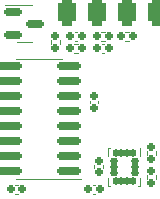
<source format=gbr>
%TF.GenerationSoftware,KiCad,Pcbnew,7.0.10*%
%TF.CreationDate,2024-01-21T16:59:30+01:00*%
%TF.ProjectId,powermeter,706f7765-726d-4657-9465-722e6b696361,rev?*%
%TF.SameCoordinates,Original*%
%TF.FileFunction,Legend,Top*%
%TF.FilePolarity,Positive*%
%FSLAX46Y46*%
G04 Gerber Fmt 4.6, Leading zero omitted, Abs format (unit mm)*
G04 Created by KiCad (PCBNEW 7.0.10) date 2024-01-21 16:59:30*
%MOMM*%
%LPD*%
G01*
G04 APERTURE LIST*
G04 Aperture macros list*
%AMRoundRect*
0 Rectangle with rounded corners*
0 $1 Rounding radius*
0 $2 $3 $4 $5 $6 $7 $8 $9 X,Y pos of 4 corners*
0 Add a 4 corners polygon primitive as box body*
4,1,4,$2,$3,$4,$5,$6,$7,$8,$9,$2,$3,0*
0 Add four circle primitives for the rounded corners*
1,1,$1+$1,$2,$3*
1,1,$1+$1,$4,$5*
1,1,$1+$1,$6,$7*
1,1,$1+$1,$8,$9*
0 Add four rect primitives between the rounded corners*
20,1,$1+$1,$2,$3,$4,$5,0*
20,1,$1+$1,$4,$5,$6,$7,0*
20,1,$1+$1,$6,$7,$8,$9,0*
20,1,$1+$1,$8,$9,$2,$3,0*%
G04 Aperture macros list end*
%ADD10C,0.120000*%
%ADD11RoundRect,0.154000X-0.204000X0.154000X-0.204000X-0.154000X0.204000X-0.154000X0.204000X0.154000X0*%
%ADD12RoundRect,0.159000X-0.159000X-0.189000X0.159000X-0.189000X0.159000X0.189000X-0.159000X0.189000X0*%
%ADD13RoundRect,0.154000X-0.154000X-0.204000X0.154000X-0.204000X0.154000X0.204000X-0.154000X0.204000X0*%
%ADD14RoundRect,0.169000X-0.606500X-0.169000X0.606500X-0.169000X0.606500X0.169000X-0.606500X0.169000X0*%
%ADD15RoundRect,0.159000X-0.189000X0.159000X-0.189000X-0.159000X0.189000X-0.159000X0.189000X0.159000X0*%
%ADD16RoundRect,0.038000X0.850000X0.850000X-0.850000X0.850000X-0.850000X-0.850000X0.850000X-0.850000X0*%
%ADD17O,1.776000X1.776000*%
%ADD18RoundRect,0.400000X0.400000X-0.781000X0.400000X0.781000X-0.400000X0.781000X-0.400000X-0.781000X0*%
%ADD19RoundRect,0.154000X0.204000X-0.154000X0.204000X0.154000X-0.204000X0.154000X-0.204000X-0.154000X0*%
%ADD20RoundRect,0.169000X0.869000X0.169000X-0.869000X0.169000X-0.869000X-0.169000X0.869000X-0.169000X0*%
%ADD21RoundRect,0.106500X-0.106500X0.244000X-0.106500X-0.244000X0.106500X-0.244000X0.106500X0.244000X0*%
%ADD22RoundRect,0.106500X-0.244000X0.106500X-0.244000X-0.106500X0.244000X-0.106500X0.244000X0.106500X0*%
%ADD23RoundRect,0.038000X-0.850000X-0.850000X0.850000X-0.850000X0.850000X0.850000X-0.850000X0.850000X0*%
G04 APERTURE END LIST*
D10*
%TO.C,R2*%
X59054000Y-45060359D02*
X59054000Y-45367641D01*
X58294000Y-45060359D02*
X58294000Y-45367641D01*
%TO.C,C5*%
X61840164Y-57298000D02*
X62055836Y-57298000D01*
X61840164Y-58018000D02*
X62055836Y-58018000D01*
%TO.C,R3*%
X60298359Y-45340000D02*
X60605641Y-45340000D01*
X60298359Y-46100000D02*
X60605641Y-46100000D01*
%TO.C,Q1*%
X56055500Y-42062000D02*
X54380500Y-42062000D01*
X56055500Y-42062000D02*
X56705500Y-42062000D01*
X56055500Y-45182000D02*
X55405500Y-45182000D01*
X56055500Y-45182000D02*
X56705500Y-45182000D01*
%TO.C,C4*%
X60316164Y-44344000D02*
X60531836Y-44344000D01*
X60316164Y-45064000D02*
X60531836Y-45064000D01*
%TO.C,C6*%
X62717000Y-55617164D02*
X62717000Y-55832836D01*
X61997000Y-55617164D02*
X61997000Y-55832836D01*
%TO.C,R4*%
X67182000Y-54454359D02*
X67182000Y-54761641D01*
X66422000Y-54454359D02*
X66422000Y-54761641D01*
%TO.C,R1*%
X62586359Y-44324000D02*
X62893641Y-44324000D01*
X62586359Y-45084000D02*
X62893641Y-45084000D01*
%TO.C,C3*%
X55292164Y-57298000D02*
X55507836Y-57298000D01*
X55292164Y-58018000D02*
X55507836Y-58018000D01*
%TO.C,C2*%
X62336000Y-50156164D02*
X62336000Y-50371836D01*
X61616000Y-50156164D02*
X61616000Y-50371836D01*
%TO.C,R5*%
X66422000Y-56797641D02*
X66422000Y-56490359D01*
X67182000Y-56797641D02*
X67182000Y-56490359D01*
%TO.C,U2*%
X57327000Y-56749000D02*
X60827000Y-56749000D01*
X57327000Y-56749000D02*
X55377000Y-56749000D01*
X57327000Y-46629000D02*
X59277000Y-46629000D01*
X57327000Y-46629000D02*
X55377000Y-46629000D01*
%TO.C,R6*%
X64618359Y-44324000D02*
X64925641Y-44324000D01*
X64618359Y-45084000D02*
X64925641Y-45084000D01*
%TO.C,U3*%
X63168000Y-54162500D02*
X63343000Y-54162500D01*
X65888000Y-54837500D02*
X65888000Y-54162500D01*
X63168000Y-54837500D02*
X63168000Y-54162500D01*
X65888000Y-56707500D02*
X65888000Y-57382500D01*
X63168000Y-56707500D02*
X63168000Y-57382500D01*
X65888000Y-57382500D02*
X65713000Y-57382500D01*
X63168000Y-57382500D02*
X63343000Y-57382500D01*
%TO.C,C1*%
X62602164Y-45360000D02*
X62817836Y-45360000D01*
X62602164Y-46080000D02*
X62817836Y-46080000D01*
%TD*%
%LPC*%
D11*
%TO.C,R2*%
X58674000Y-44704000D03*
X58674000Y-45724000D03*
%TD*%
D12*
%TO.C,C5*%
X61468000Y-57658000D03*
X62428000Y-57658000D03*
%TD*%
D13*
%TO.C,R3*%
X59942000Y-45720000D03*
X60962000Y-45720000D03*
%TD*%
D14*
%TO.C,Q1*%
X55118000Y-42672000D03*
X55118000Y-44572000D03*
X56993000Y-43622000D03*
%TD*%
D12*
%TO.C,C4*%
X59944000Y-44704000D03*
X60904000Y-44704000D03*
%TD*%
D15*
%TO.C,C6*%
X62357000Y-55245000D03*
X62357000Y-56205000D03*
%TD*%
D11*
%TO.C,R4*%
X66802000Y-54098000D03*
X66802000Y-55118000D03*
%TD*%
D16*
%TO.C,J3*%
X51816000Y-59029600D03*
D17*
X51816000Y-56489600D03*
X51816000Y-53949600D03*
X51816000Y-51409600D03*
X51816000Y-48869600D03*
X51816000Y-46329600D03*
X51816000Y-43789600D03*
%TD*%
D13*
%TO.C,R1*%
X62230000Y-44704000D03*
X63250000Y-44704000D03*
%TD*%
D18*
%TO.C,J1*%
X59690000Y-42672000D03*
X62230000Y-42672000D03*
X64770000Y-42672000D03*
X67310000Y-42672000D03*
%TD*%
D12*
%TO.C,C3*%
X54920000Y-57658000D03*
X55880000Y-57658000D03*
%TD*%
D15*
%TO.C,C2*%
X61976000Y-49784000D03*
X61976000Y-50744000D03*
%TD*%
D19*
%TO.C,R5*%
X66802000Y-57154000D03*
X66802000Y-56134000D03*
%TD*%
D20*
%TO.C,U2*%
X59827000Y-56134000D03*
X59827000Y-54864000D03*
X59827000Y-53594000D03*
X59827000Y-52324000D03*
X59827000Y-51054000D03*
X59827000Y-49784000D03*
X59827000Y-48514000D03*
X59827000Y-47244000D03*
X54827000Y-47244000D03*
X54827000Y-48514000D03*
X54827000Y-49784000D03*
X54827000Y-51054000D03*
X54827000Y-52324000D03*
X54827000Y-53594000D03*
X54827000Y-54864000D03*
X54827000Y-56134000D03*
%TD*%
D13*
%TO.C,R6*%
X64262000Y-44704000D03*
X65282000Y-44704000D03*
%TD*%
D21*
%TO.C,U3*%
X65278000Y-54610000D03*
X64778000Y-54610000D03*
X64278000Y-54610000D03*
X63778000Y-54610000D03*
D22*
X63615500Y-55272500D03*
X63615500Y-55772500D03*
X63615500Y-56272500D03*
D21*
X63778000Y-56935000D03*
X64278000Y-56935000D03*
X64778000Y-56935000D03*
X65278000Y-56935000D03*
D22*
X65440500Y-56272500D03*
X65440500Y-55772500D03*
X65440500Y-55272500D03*
%TD*%
D12*
%TO.C,C1*%
X62230000Y-45720000D03*
X63190000Y-45720000D03*
%TD*%
D23*
%TO.C,J2*%
X69596000Y-43789600D03*
D17*
X69596000Y-46329600D03*
X69596000Y-53949600D03*
X69596000Y-56489600D03*
X69596000Y-59029600D03*
%TD*%
%LPD*%
M02*

</source>
